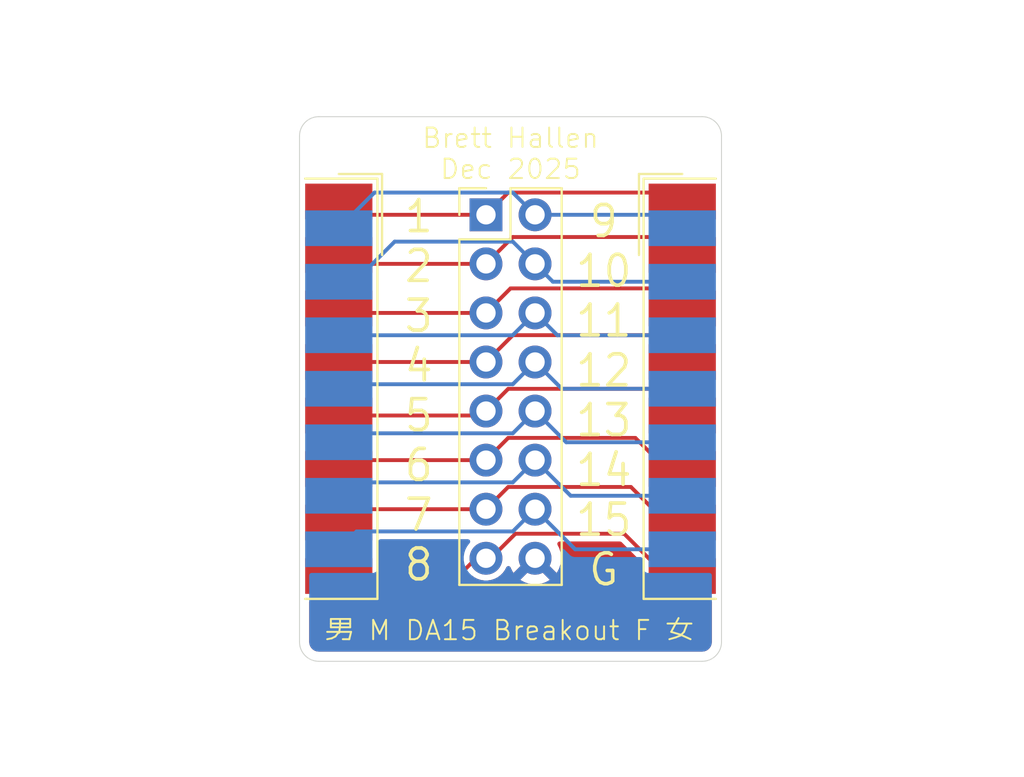
<source format=kicad_pcb>
(kicad_pcb (version 20241229) (generator "pcbnew") (generator_version "9.0")
  (layers (0 "F.Cu" signal) (2 "B.Cu" signal) (13 "F.Paste" user) (15 "B.Paste" user) (5 "F.SilkS" user "F.Silkscreen") (7 "B.SilkS" user "B.Silkscreen") (1 "F.Mask" user) (3 "B.Mask" user) (25 "Edge.Cuts" user))
  (net 0 "")
  (net 1 "Net-(J1-P9)")
  (net 2 "Net-(J1-P13)")
  (net 3 "Net-(J3-Pin_7)")
  (net 4 "Net-(J1-P10)")
  (net 5 "Net-(J3-Pin_3)")
  (net 6 "Net-(J3-Pin_5)")
  (net 7 "Net-(J1-P14)")
  (net 8 "Net-(J3-Pin_1)")
  (net 9 "Net-(J3-Pin_13)")
  (net 10 "Net-(J1-P15)")
  (net 11 "Net-(J3-Pin_11)")
  (net 12 "Net-(J1-P12)")
  (net 13 "Net-(J3-Pin_15)")
  (net 14 "Net-(J3-Pin_9)")
  (net 15 "Net-(J1-P111)")
  (net 16 "GND")
  (footprint "Connector_Dsub:DSUB-15_Pins_EdgeMount_P2.77mm" (layer "F.Cu") (at 74.93 75.045 -90)
    (property "Reference" "J1" (hide yes))
    (property "Value" "DA15 Male")
    (fp_line (start 10.878333 1.74) (end 10.878333 -2) (stroke (width 0.12)) (layer "F.SilkS"))
    (fp_line (start -11.118333 0) (end -11.118333 -2.24) (stroke (width 0.12)) (layer "F.SilkS"))
    (fp_line (start -10.878333 -2) (end -10.878333 1.74) (stroke (width 0.12)) (layer "F.SilkS"))
    (fp_line (start 10.878333 -2) (end -10.878333 -2) (stroke (width 0.12)) (layer "F.SilkS"))
    (fp_line (start -11.118333 -2.24) (end -6.925 -2.24) (stroke (width 0.12)) (layer "F.SilkS"))
    (pad "1" smd rect (at -9.695 0 270) (size 1.846667 3.48) (layers "F.Cu" "F.Mask" "F.Paste") (net 8 "Net-(J3-Pin_1)"))
    (pad "2" smd rect (at -6.925 0 270) (size 1.846667 3.48) (layers "F.Cu" "F.Mask" "F.Paste") (net 5 "Net-(J3-Pin_3)"))
    (pad "3" smd rect (at -4.155 0 270) (size 1.846667 3.48) (layers "F.Cu" "F.Mask" "F.Paste") (net 6 "Net-(J3-Pin_5)"))
    (pad "4" smd rect (at -1.385 0 270) (size 1.846667 3.48) (layers "F.Cu" "F.Mask" "F.Paste") (net 3 "Net-(J3-Pin_7)"))
    (pad "5" smd rect (at 1.385 0 270) (size 1.846667 3.48) (layers "F.Cu" "F.Mask" "F.Paste") (net 14 "Net-(J3-Pin_9)"))
    (pad "6" smd rect (at 4.155 0 270) (size 1.846667 3.48) (layers "F.Cu" "F.Mask" "F.Paste") (net 11 "Net-(J3-Pin_11)"))
    (pad "7" smd rect (at 6.925 0 270) (size 1.846667 3.48) (layers "F.Cu" "F.Mask" "F.Paste") (net 9 "Net-(J3-Pin_13)"))
    (pad "8" smd rect (at 9.695 0 270) (size 1.846667 3.48) (layers "F.Cu" "F.Mask" "F.Paste") (net 13 "Net-(J3-Pin_15)"))
    (pad "9" smd rect (at -8.31 0 270) (size 1.846667 3.48) (layers "B.Cu" "B.Mask" "B.Paste") (net 1 "Net-(J1-P9)"))
    (pad "10" smd rect (at -5.54 0 270) (size 1.846667 3.48) (layers "B.Cu" "B.Mask" "B.Paste") (net 4 "Net-(J1-P10)"))
    (pad "11" smd rect (at -2.77 0 270) (size 1.846667 3.48) (layers "B.Cu" "B.Mask" "B.Paste") (net 15 "Net-(J1-P111)"))
    (pad "12" smd rect (at 0 0 270) (size 1.846667 3.48) (layers "B.Cu" "B.Mask" "B.Paste") (net 12 "Net-(J1-P12)"))
    (pad "13" smd rect (at 2.77 0 270) (size 1.846667 3.48) (layers "B.Cu" "B.Mask" "B.Paste") (net 2 "Net-(J1-P13)"))
    (pad "14" smd rect (at 5.54 0 270) (size 1.846667 3.48) (layers "B.Cu" "B.Mask" "B.Paste") (net 7 "Net-(J1-P14)"))
    (pad "15" smd rect (at 8.31 0 270) (size 1.846667 3.48) (layers "B.Cu" "B.Mask" "B.Paste") (net 10 "Net-(J1-P15)"))
  )
  (footprint "Connector_PinHeader_2.54mm:PinHeader_2x08_P2.54mm_Vertical" (layer "F.Cu") (at 82.55 66.04)
    (property "Reference" "J3" (hide yes))
    (property "Value" "Breakout" (hide yes))
    (fp_line (start -1.38 -1.38) (end 0 -1.38) (stroke (width 0.12)) (layer "F.SilkS"))
    (fp_line (start -1.38 0) (end -1.38 -1.38) (stroke (width 0.12)) (layer "F.SilkS"))
    (fp_line (start -1.38 1.27) (end -1.38 19.16) (stroke (width 0.12)) (layer "F.SilkS"))
    (fp_line (start -1.38 1.27) (end 1.27 1.27) (stroke (width 0.12)) (layer "F.SilkS"))
    (fp_line (start -1.38 19.16) (end 3.92 19.16) (stroke (width 0.12)) (layer "F.SilkS"))
    (fp_line (start 1.27 -1.38) (end 3.92 -1.38) (stroke (width 0.12)) (layer "F.SilkS"))
    (fp_line (start 1.27 1.27) (end 1.27 -1.38) (stroke (width 0.12)) (layer "F.SilkS"))
    (fp_line (start 3.92 -1.38) (end 3.92 19.16) (stroke (width 0.12)) (layer "F.SilkS"))
    (pad "1" thru_hole rect (at 0 0) (size 1.7 1.7) (drill 1) (layers "*.Cu" "*.Mask") (net 8 "Net-(J3-Pin_1)"))
    (pad "2" thru_hole circle (at 0 2.54) (size 1.7 1.7) (drill 1) (layers "*.Cu" "*.Mask") (net 5 "Net-(J3-Pin_3)"))
    (pad "3" thru_hole circle (at 0 5.08) (size 1.7 1.7) (drill 1) (layers "*.Cu" "*.Mask") (net 6 "Net-(J3-Pin_5)"))
    (pad "4" thru_hole circle (at 0 7.62) (size 1.7 1.7) (drill 1) (layers "*.Cu" "*.Mask") (net 3 "Net-(J3-Pin_7)"))
    (pad "5" thru_hole circle (at 0 10.16) (size 1.7 1.7) (drill 1) (layers "*.Cu" "*.Mask") (net 14 "Net-(J3-Pin_9)"))
    (pad "6" thru_hole circle (at 0 12.7) (size 1.7 1.7) (drill 1) (layers "*.Cu" "*.Mask") (net 11 "Net-(J3-Pin_11)"))
    (pad "7" thru_hole circle (at 0 15.24) (size 1.7 1.7) (drill 1) (layers "*.Cu" "*.Mask") (net 9 "Net-(J3-Pin_13)"))
    (pad "8" thru_hole circle (at 0 17.78) (size 1.7 1.7) (drill 1) (layers "*.Cu" "*.Mask") (net 13 "Net-(J3-Pin_15)"))
    (pad "9" thru_hole circle (at 2.54 0) (size 1.7 1.7) (drill 1) (layers "*.Cu" "*.Mask") (net 1 "Net-(J1-P9)"))
    (pad "10" thru_hole circle (at 2.54 2.54) (size 1.7 1.7) (drill 1) (layers "*.Cu" "*.Mask") (net 4 "Net-(J1-P10)"))
    (pad "11" thru_hole circle (at 2.54 5.08) (size 1.7 1.7) (drill 1) (layers "*.Cu" "*.Mask") (net 15 "Net-(J1-P111)"))
    (pad "12" thru_hole circle (at 2.54 7.62) (size 1.7 1.7) (drill 1) (layers "*.Cu" "*.Mask") (net 12 "Net-(J1-P12)"))
    (pad "13" thru_hole circle (at 2.54 10.16) (size 1.7 1.7) (drill 1) (layers "*.Cu" "*.Mask") (net 2 "Net-(J1-P13)"))
    (pad "14" thru_hole circle (at 2.54 12.7) (size 1.7 1.7) (drill 1) (layers "*.Cu" "*.Mask") (net 7 "Net-(J1-P14)"))
    (pad "15" thru_hole circle (at 2.54 15.24) (size 1.7 1.7) (drill 1) (layers "*.Cu" "*.Mask") (net 10 "Net-(J1-P15)"))
    (pad "16" thru_hole circle (at 2.54 17.78) (size 1.7 1.7) (drill 1) (layers "*.Cu" "*.Mask") (net 16 "GND"))
  )
  (footprint "Connector_Dsub:DSUB-15_Socket_EdgeMount_P2.77mm" (layer "F.Cu") (at 92.71 75.045 90)
    (property "Reference" "J2" (hide yes))
    (property "Value" "DA15 Female")
    (fp_line (start 11.118333 -2.24) (end 6.925 -2.24) (stroke (width 0.12)) (layer "F.SilkS"))
    (fp_line (start 10.878333 -2) (end -10.878333 -2) (stroke (width 0.12)) (layer "F.SilkS"))
    (fp_line (start -10.878333 -2) (end -10.878333 1.74) (stroke (width 0.12)) (layer "F.SilkS"))
    (fp_line (start 11.118333 0) (end 11.118333 -2.24) (stroke (width 0.12)) (layer "F.SilkS"))
    (fp_line (start 10.878333 1.74) (end 10.878333 -2) (stroke (width 0.12)) (layer "F.SilkS"))
    (pad "1" smd rect (at 9.695 0 90) (size 1.846667 3.48) (layers "F.Cu" "F.Mask" "F.Paste") (net 8 "Net-(J3-Pin_1)"))
    (pad "2" smd rect (at 6.925 0 90) (size 1.846667 3.48) (layers "F.Cu" "F.Mask" "F.Paste") (net 5 "Net-(J3-Pin_3)"))
    (pad "3" smd rect (at 4.155 0 90) (size 1.846667 3.48) (layers "F.Cu" "F.Mask" "F.Paste") (net 6 "Net-(J3-Pin_5)"))
    (pad "4" smd rect (at 1.385 0 90) (size 1.846667 3.48) (layers "F.Cu" "F.Mask" "F.Paste") (net 3 "Net-(J3-Pin_7)"))
    (pad "5" smd rect (at -1.385 0 90) (size 1.846667 3.48) (layers "F.Cu" "F.Mask" "F.Paste") (net 14 "Net-(J3-Pin_9)"))
    (pad "6" smd rect (at -4.155 0 90) (size 1.846667 3.48) (layers "F.Cu" "F.Mask" "F.Paste") (net 11 "Net-(J3-Pin_11)"))
    (pad "7" smd rect (at -6.925 0 90) (size 1.846667 3.48) (layers "F.Cu" "F.Mask" "F.Paste") (net 9 "Net-(J3-Pin_13)"))
    (pad "8" smd rect (at -9.695 0 90) (size 1.846667 3.48) (layers "F.Cu" "F.Mask" "F.Paste") (net 13 "Net-(J3-Pin_15)"))
    (pad "9" smd rect (at 8.31 0 90) (size 1.846667 3.48) (layers "B.Cu" "B.Mask" "B.Paste") (net 1 "Net-(J1-P9)"))
    (pad "10" smd rect (at 5.54 0 90) (size 1.846667 3.48) (layers "B.Cu" "B.Mask" "B.Paste") (net 4 "Net-(J1-P10)"))
    (pad "11" smd rect (at 2.77 0 90) (size 1.846667 3.48) (layers "B.Cu" "B.Mask" "B.Paste") (net 15 "Net-(J1-P111)"))
    (pad "12" smd rect (at 0 0 90) (size 1.846667 3.48) (layers "B.Cu" "B.Mask" "B.Paste") (net 12 "Net-(J1-P12)"))
    (pad "13" smd rect (at -2.77 0 90) (size 1.846667 3.48) (layers "B.Cu" "B.Mask" "B.Paste") (net 2 "Net-(J1-P13)"))
    (pad "14" smd rect (at -5.54 0 90) (size 1.846667 3.48) (layers "B.Cu" "B.Mask" "B.Paste") (net 7 "Net-(J1-P14)"))
    (pad "15" smd rect (at -8.31 0 90) (size 1.846667 3.48) (layers "B.Cu" "B.Mask" "B.Paste") (net 10 "Net-(J1-P15)"))
  )
  (gr_arc (start 72.898 61.96) (mid 73.190893 61.252893) (end 73.898 60.96) (stroke (width 0.05)) (layer "Edge.Cuts"))
  (gr_arc (start 73.898 89.154) (mid 73.190893 88.861107) (end 72.898 88.154) (stroke (width 0.05)) (layer "Edge.Cuts"))
  (gr_line (start 94.742 61.96) (end 94.742 88.154) (stroke (width 0.05)) (layer "Edge.Cuts"))
  (gr_arc (start 94.742 88.154) (mid 94.449107 88.861107) (end 93.742 89.154) (stroke (width 0.05)) (layer "Edge.Cuts"))
  (gr_arc (start 93.742 60.96) (mid 94.449107 61.252893) (end 94.742 61.96) (stroke (width 0.05)) (layer "Edge.Cuts"))
  (gr_line (start 93.742 89.154) (end 73.898 89.154) (stroke (width 0.05)) (layer "Edge.Cuts"))
  (gr_line (start 73.898 60.96) (end 93.742 60.96) (stroke (width 0.05)) (layer "Edge.Cuts"))
  (gr_line (start 72.898 88.154) (end 72.898 61.96) (stroke (width 0.05)) (layer "Edge.Cuts"))
  (gr_text "Brett Hallen\nDec 2025" (at 83.82 64.262 0) (layer "F.SilkS") (effects (font (size 1 1) (thickness 0.1)) (justify bottom)))
  (gr_text "1\n2\n3\n4\n5\n6\n7\n8" (at 78.232 85.09 0) (layer "F.SilkS") (effects (font (size 1.6 1.5) (thickness 0.1875)) (justify left bottom)))
  (gr_text "男 M DA15 Breakout F 女" (at 74.168 88.138 0) (layer "F.SilkS") (effects (font (size 1 1) (thickness 0.1)) (justify left bottom)))
  (gr_text "9\n10\n11\n12\n13\n14\n15\nG" (at 88.646 85.344 0) (layer "F.SilkS") (effects (font (size 1.6 1.5) (thickness 0.1875)) (justify bottom)))
  (segment (start 85.09 66.04) (end 92.015 66.04) (width 0.2) (layer "B.Cu") (net 1))
  (segment (start 76.776 64.889) (end 74.93 66.735) (width 0.2) (layer "B.Cu") (net 1))
  (segment (start 83.939 64.889) (end 76.776 64.889) (width 0.2) (layer "B.Cu") (net 1))
  (segment (start 85.09 66.04) (end 83.939 64.889) (width 0.2) (layer "B.Cu") (net 1))
  (segment (start 92.015 66.04) (end 92.71 66.735) (width 0.2) (layer "B.Cu") (net 1))
  (segment (start 85.09 76.2) (end 83.939 77.351) (width 0.2) (layer "B.Cu") (net 2))
  (segment (start 83.939 77.351) (end 75.394 77.351) (width 0.2) (layer "B.Cu") (net 2))
  (segment (start 85.09 76.2) (end 86.705 77.815) (width 0.2) (layer "B.Cu") (net 2))
  (segment (start 86.705 77.815) (end 92.71 77.815) (width 0.2) (layer "B.Cu") (net 2))
  (segment (start 75.394 77.351) (end 74.93 77.815) (width 0.2) (layer "B.Cu") (net 2))
  (segment (start 91.321 72.271) (end 92.71 73.66) (width 0.2) (layer "F.Cu") (net 3))
  (segment (start 82.55 73.66) (end 74.93 73.66) (width 0.2) (layer "F.Cu") (net 3))
  (segment (start 82.55 73.66) (end 83.939 72.271) (width 0.2) (layer "F.Cu") (net 3))
  (segment (start 83.939 72.271) (end 91.321 72.271) (width 0.2) (layer "F.Cu") (net 3))
  (segment (start 77.822667 67.429) (end 75.746667 69.505) (width 0.2) (layer "B.Cu") (net 4))
  (segment (start 85.09 68.58) (end 83.939 67.429) (width 0.2) (layer "B.Cu") (net 4))
  (segment (start 83.939 67.429) (end 77.822667 67.429) (width 0.2) (layer "B.Cu") (net 4))
  (segment (start 85.09 68.58) (end 86.015 69.505) (width 0.2) (layer "B.Cu") (net 4))
  (segment (start 75.746667 69.505) (end 74.93 69.505) (width 0.2) (layer "B.Cu") (net 4))
  (segment (start 86.015 69.505) (end 92.71 69.505) (width 0.2) (layer "B.Cu") (net 4))
  (segment (start 91.781 67.191) (end 92.71 68.12) (width 0.2) (layer "F.Cu") (net 5))
  (segment (start 82.55 68.58) (end 83.939 67.191) (width 0.2) (layer "F.Cu") (net 5))
  (segment (start 82.55 68.58) (end 75.39 68.58) (width 0.2) (layer "F.Cu") (net 5))
  (segment (start 83.939 67.191) (end 91.781 67.191) (width 0.2) (layer "F.Cu") (net 5))
  (segment (start 75.39 68.58) (end 74.93 68.12) (width 0.2) (layer "F.Cu") (net 5))
  (segment (start 82.55 71.12) (end 83.82 69.85) (width 0.2) (layer "F.Cu") (net 6))
  (segment (start 75.16 71.12) (end 74.93 70.89) (width 0.2) (layer "F.Cu") (net 6))
  (segment (start 83.82 69.85) (end 91.67 69.85) (width 0.2) (layer "F.Cu") (net 6))
  (segment (start 91.67 69.85) (end 92.71 70.89) (width 0.2) (layer "F.Cu") (net 6))
  (segment (start 82.55 71.12) (end 75.16 71.12) (width 0.2) (layer "F.Cu") (net 6))
  (segment (start 85.09 78.74) (end 83.939 79.891) (width 0.2) (layer "B.Cu") (net 7))
  (segment (start 85.09 78.74) (end 86.935 80.585) (width 0.2) (layer "B.Cu") (net 7))
  (segment (start 86.935 80.585) (end 92.71 80.585) (width 0.2) (layer "B.Cu") (net 7))
  (segment (start 75.624 79.891) (end 74.93 80.585) (width 0.2) (layer "B.Cu") (net 7))
  (segment (start 83.939 79.891) (end 75.624 79.891) (width 0.2) (layer "B.Cu") (net 7))
  (segment (start 82.55 66.04) (end 83.701 64.889) (width 0.2) (layer "F.Cu") (net 8))
  (segment (start 75.62 66.04) (end 74.93 65.35) (width 0.2) (layer "F.Cu") (net 8))
  (segment (start 92.249 64.889) (end 92.71 65.35) (width 0.2) (layer "F.Cu") (net 8))
  (segment (start 82.55 66.04) (end 75.62 66.04) (width 0.2) (layer "F.Cu") (net 8))
  (segment (start 83.701 64.889) (end 92.249 64.889) (width 0.2) (layer "F.Cu") (net 8))
  (segment (start 90.052333 80.129) (end 91.893333 81.97) (width 0.2) (layer "F.Cu") (net 9))
  (segment (start 82.55 81.28) (end 83.701 80.129) (width 0.2) (layer "F.Cu") (net 9))
  (segment (start 83.701 80.129) (end 90.052333 80.129) (width 0.2) (layer "F.Cu") (net 9))
  (segment (start 82.55 81.28) (end 75.62 81.28) (width 0.2) (layer "F.Cu") (net 9))
  (segment (start 75.62 81.28) (end 74.93 81.97) (width 0.2) (layer "F.Cu") (net 9))
  (segment (start 91.893333 81.97) (end 92.71 81.97) (width 0.2) (layer "F.Cu") (net 9))
  (segment (start 85.09 81.28) (end 83.939 82.431) (width 0.2) (layer "B.Cu") (net 10))
  (segment (start 75.854 82.431) (end 74.93 83.355) (width 0.2) (layer "B.Cu") (net 10))
  (segment (start 87.165 83.355) (end 92.71 83.355) (width 0.2) (layer "B.Cu") (net 10))
  (segment (start 85.09 81.28) (end 87.165 83.355) (width 0.2) (layer "B.Cu") (net 10))
  (segment (start 83.939 82.431) (end 75.854 82.431) (width 0.2) (layer "B.Cu") (net 10))
  (segment (start 75.39 78.74) (end 74.93 79.2) (width 0.2) (layer "F.Cu") (net 11))
  (segment (start 82.55 78.74) (end 75.39 78.74) (width 0.2) (layer "F.Cu") (net 11))
  (segment (start 91.893333 79.2) (end 92.71 79.2) (width 0.2) (layer "F.Cu") (net 11))
  (segment (start 83.701 77.589) (end 90.282333 77.589) (width 0.2) (layer "F.Cu") (net 11))
  (segment (start 90.282333 77.589) (end 91.893333 79.2) (width 0.2) (layer "F.Cu") (net 11))
  (segment (start 82.55 78.74) (end 83.701 77.589) (width 0.2) (layer "F.Cu") (net 11))
  (segment (start 83.939 74.811) (end 73.499 74.811) (width 0.2) (layer "B.Cu") (net 12))
  (segment (start 86.475 75.045) (end 92.71 75.045) (width 0.2) (layer "B.Cu") (net 12))
  (segment (start 85.09 73.66) (end 86.475 75.045) (width 0.2) (layer "B.Cu") (net 12))
  (segment (start 85.09 73.66) (end 83.939 74.811) (width 0.2) (layer "B.Cu") (net 12))
  (segment (start 88.987943 82.55) (end 89.703333 82.55) (width 0.2) (layer "F.Cu") (net 13))
  (segment (start 82.55 83.82) (end 82.55 84.074) (width 0.2) (layer "F.Cu") (net 13))
  (segment (start 81.122 84.74) (end 74.93 84.74) (width 0.2) (layer "F.Cu") (net 13))
  (segment (start 82.55 83.82) (end 82.042 83.82) (width 0.2) (layer "F.Cu") (net 13))
  (segment (start 82.55 84.074) (end 84.074 82.55) (width 0.2) (layer "F.Cu") (net 13))
  (segment (start 84.074 82.55) (end 88.987943 82.55) (width 0.2) (layer "F.Cu") (net 13))
  (segment (start 82.042 83.82) (end 81.122 84.74) (width 0.2) (layer "F.Cu") (net 13))
  (segment (start 89.703333 82.55) (end 91.893333 84.74) (width 0.2) (layer "F.Cu") (net 13))
  (segment (start 91.893333 84.74) (end 92.71 84.74) (width 0.2) (layer "F.Cu") (net 13))
  (segment (start 82.55 76.2) (end 83.701 75.049) (width 0.2) (layer "F.Cu") (net 14))
  (segment (start 83.701 75.049) (end 91.329 75.049) (width 0.2) (layer "F.Cu") (net 14))
  (segment (start 82.296 76.2) (end 82.066 76.43) (width 0.2) (layer "F.Cu") (net 14))
  (segment (start 91.329 75.049) (end 92.71 76.43) (width 0.2) (layer "F.Cu") (net 14))
  (segment (start 82.55 76.2) (end 82.296 76.2) (width 0.2) (layer "F.Cu") (net 14))
  (segment (start 82.066 76.43) (end 74.93 76.43) (width 0.2) (layer "F.Cu") (net 14))
  (segment (start 85.09 71.12) (end 83.935 72.275) (width 0.2) (layer "B.Cu") (net 15))
  (segment (start 85.09 71.12) (end 86.245 72.275) (width 0.2) (layer "B.Cu") (net 15))
  (segment (start 83.935 72.275) (end 74.93 72.275) (width 0.2) (layer "B.Cu") (net 15))
  (segment (start 86.245 72.275) (end 92.71 72.275) (width 0.2) (layer "B.Cu") (net 15))
  (zone (net 16) (net_name "GND") (layers "F.Cu" "B.Cu") (connect_pads (clearance 0.3)) (min_thickness 0.25) (fill yes (thermal_gap 0.5) (thermal_bridge_width 0.5))
    (polygon (pts (xy 94.742 60.96) (xy 72.898 60.96) (xy 72.898 89.154) (xy 94.742 89.154)))
  )
)
</source>
